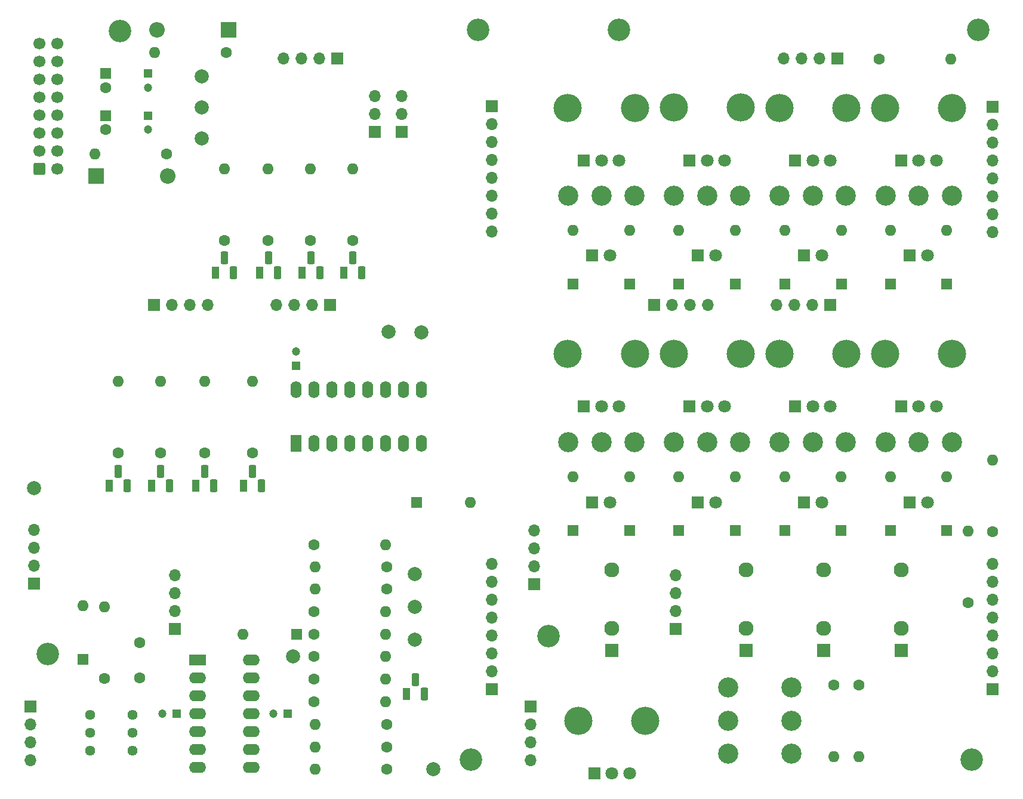
<source format=gbs>
G04 #@! TF.GenerationSoftware,KiCad,Pcbnew,8.0.2-1*
G04 #@! TF.CreationDate,2024-05-10T10:04:35+02:00*
G04 #@! TF.ProjectId,sensei,73656e73-6569-42e6-9b69-6361645f7063,rev?*
G04 #@! TF.SameCoordinates,Original*
G04 #@! TF.FileFunction,Soldermask,Bot*
G04 #@! TF.FilePolarity,Negative*
%FSLAX46Y46*%
G04 Gerber Fmt 4.6, Leading zero omitted, Abs format (unit mm)*
G04 Created by KiCad (PCBNEW 8.0.2-1) date 2024-05-10 10:04:35*
%MOMM*%
%LPD*%
G01*
G04 APERTURE LIST*
G04 Aperture macros list*
%AMRoundRect*
0 Rectangle with rounded corners*
0 $1 Rounding radius*
0 $2 $3 $4 $5 $6 $7 $8 $9 X,Y pos of 4 corners*
0 Add a 4 corners polygon primitive as box body*
4,1,4,$2,$3,$4,$5,$6,$7,$8,$9,$2,$3,0*
0 Add four circle primitives for the rounded corners*
1,1,$1+$1,$2,$3*
1,1,$1+$1,$4,$5*
1,1,$1+$1,$6,$7*
1,1,$1+$1,$8,$9*
0 Add four rect primitives between the rounded corners*
20,1,$1+$1,$2,$3,$4,$5,0*
20,1,$1+$1,$4,$5,$6,$7,0*
20,1,$1+$1,$6,$7,$8,$9,0*
20,1,$1+$1,$8,$9,$2,$3,0*%
G04 Aperture macros list end*
%ADD10R,1.700000X1.700000*%
%ADD11O,1.700000X1.700000*%
%ADD12R,1.800000X1.800000*%
%ADD13C,1.800000*%
%ADD14C,1.600000*%
%ADD15O,1.600000X1.600000*%
%ADD16R,1.930000X1.830000*%
%ADD17C,2.130000*%
%ADD18C,2.850000*%
%ADD19O,4.000000X4.000000*%
%ADD20R,2.200000X2.200000*%
%ADD21O,2.200000X2.200000*%
%ADD22R,1.100000X1.800000*%
%ADD23RoundRect,0.275000X-0.275000X-0.625000X0.275000X-0.625000X0.275000X0.625000X-0.275000X0.625000X0*%
%ADD24R,1.600000X1.600000*%
%ADD25C,2.000000*%
%ADD26C,3.200000*%
%ADD27R,1.600000X2.400000*%
%ADD28O,1.600000X2.400000*%
%ADD29R,2.400000X1.600000*%
%ADD30O,2.400000X1.600000*%
%ADD31R,1.200000X1.200000*%
%ADD32C,1.200000*%
%ADD33C,1.440000*%
%ADD34RoundRect,0.250000X-0.600000X-0.600000X0.600000X-0.600000X0.600000X0.600000X-0.600000X0.600000X0*%
%ADD35C,1.700000*%
G04 APERTURE END LIST*
D10*
X96000000Y-58000000D03*
D11*
X93460000Y-58000000D03*
X90920000Y-58000000D03*
X88380000Y-58000000D03*
D12*
X162210000Y-86000000D03*
D13*
X164750000Y-86000000D03*
D14*
X77250000Y-114030000D03*
D15*
X77250000Y-103870000D03*
D12*
X132210000Y-86000000D03*
D13*
X134750000Y-86000000D03*
D16*
X154000000Y-142000000D03*
D17*
X154000000Y-130600000D03*
X154000000Y-138900000D03*
D14*
X103030000Y-152500000D03*
D15*
X92870000Y-152500000D03*
D18*
X173800000Y-112500000D03*
X178500000Y-112500000D03*
X183200000Y-112500000D03*
D19*
X173750000Y-65025000D03*
X183250000Y-65025000D03*
D12*
X176000000Y-72525000D03*
D13*
X178500000Y-72525000D03*
X181000000Y-72525000D03*
D20*
X80610000Y-53940000D03*
D21*
X70450000Y-53940000D03*
D14*
X103030000Y-158900000D03*
D15*
X92870000Y-158900000D03*
D22*
X85000000Y-88400000D03*
D23*
X86270000Y-86330000D03*
X87540000Y-88400000D03*
D24*
X152500000Y-125000000D03*
D15*
X152500000Y-117380000D03*
D25*
X76800000Y-69340000D03*
D19*
X173750000Y-99925000D03*
X183250000Y-99925000D03*
D12*
X176000000Y-107425000D03*
D13*
X178500000Y-107425000D03*
X181000000Y-107425000D03*
D22*
X91000000Y-88400000D03*
D23*
X92270000Y-86330000D03*
X93540000Y-88400000D03*
D18*
X128800000Y-77500000D03*
X133500000Y-77500000D03*
X138200000Y-77500000D03*
D19*
X158750000Y-65025000D03*
X168250000Y-65025000D03*
D12*
X161000000Y-72525000D03*
D13*
X163500000Y-72525000D03*
X166000000Y-72525000D03*
D24*
X60000000Y-143310000D03*
D15*
X60000000Y-135690000D03*
D16*
X135000000Y-142000000D03*
D17*
X135000000Y-130600000D03*
X135000000Y-138900000D03*
D25*
X76800000Y-64940000D03*
D12*
X162210000Y-121000000D03*
D13*
X164750000Y-121000000D03*
D14*
X92770000Y-127000000D03*
D15*
X102930000Y-127000000D03*
D25*
X107000000Y-135800000D03*
D22*
X69730000Y-118670000D03*
D23*
X71000000Y-116600000D03*
X72270000Y-118670000D03*
D18*
X151500000Y-156700000D03*
X151500000Y-152000000D03*
X151500000Y-147300000D03*
D14*
X71000000Y-114030000D03*
D15*
X71000000Y-103870000D03*
D16*
X176000000Y-142000000D03*
D17*
X176000000Y-130600000D03*
X176000000Y-138900000D03*
D24*
X129500000Y-125000000D03*
D15*
X129500000Y-117380000D03*
D19*
X130250000Y-152000000D03*
X139750000Y-152000000D03*
D12*
X132500000Y-159500000D03*
D13*
X135000000Y-159500000D03*
X137500000Y-159500000D03*
D12*
X177210000Y-121000000D03*
D13*
X179750000Y-121000000D03*
D24*
X174500000Y-90000000D03*
D15*
X174500000Y-82380000D03*
D10*
X52500000Y-150000000D03*
D11*
X52500000Y-152540000D03*
X52500000Y-155080000D03*
X52500000Y-157620000D03*
D10*
X73000000Y-139000000D03*
D11*
X73000000Y-136460000D03*
X73000000Y-133920000D03*
X73000000Y-131380000D03*
D18*
X158800000Y-112500000D03*
X163500000Y-112500000D03*
X168200000Y-112500000D03*
D24*
X137500000Y-90000000D03*
D15*
X137500000Y-82380000D03*
D14*
X103030000Y-155700000D03*
D15*
X92870000Y-155700000D03*
D12*
X147210000Y-121000000D03*
D13*
X149750000Y-121000000D03*
D24*
X182500000Y-125000000D03*
D15*
X182500000Y-117380000D03*
D26*
X115000000Y-157500000D03*
D14*
X98250000Y-83830000D03*
D15*
X98250000Y-73670000D03*
D12*
X132210000Y-121000000D03*
D13*
X134750000Y-121000000D03*
D24*
X159540000Y-90000000D03*
D15*
X159540000Y-82380000D03*
D18*
X143800000Y-112500000D03*
X148500000Y-112500000D03*
X153200000Y-112500000D03*
D14*
X185500000Y-135230000D03*
D15*
X185500000Y-125070000D03*
D26*
X126000000Y-140000000D03*
D20*
X61850000Y-74740000D03*
D21*
X72010000Y-74740000D03*
D26*
X187000000Y-54000000D03*
D22*
X105860000Y-148200000D03*
D23*
X107130000Y-146130000D03*
X108400000Y-148200000D03*
D22*
X97000000Y-88400000D03*
D23*
X98270000Y-86330000D03*
X99540000Y-88400000D03*
D24*
X90310000Y-139750000D03*
D15*
X82690000Y-139750000D03*
D19*
X158750000Y-99925000D03*
X168250000Y-99925000D03*
D12*
X161000000Y-107425000D03*
D13*
X163500000Y-107425000D03*
X166000000Y-107425000D03*
D22*
X76000000Y-118670000D03*
D23*
X77270000Y-116600000D03*
X78540000Y-118670000D03*
D24*
X137500000Y-125000000D03*
D15*
X137500000Y-117380000D03*
D25*
X107000000Y-140500000D03*
D10*
X95000000Y-93000000D03*
D11*
X92460000Y-93000000D03*
X89920000Y-93000000D03*
X87380000Y-93000000D03*
D24*
X174500000Y-125000000D03*
D15*
X174500000Y-117380000D03*
D14*
X189000000Y-125210000D03*
D15*
X189000000Y-115050000D03*
D25*
X53000000Y-119000000D03*
D24*
X159500000Y-125000000D03*
D15*
X159500000Y-117380000D03*
D14*
X103030000Y-130200000D03*
D15*
X92870000Y-130200000D03*
D12*
X147210000Y-86000000D03*
D13*
X149750000Y-86000000D03*
D26*
X55000000Y-142500000D03*
D24*
X152500000Y-90000000D03*
D15*
X152500000Y-82380000D03*
D14*
X80000000Y-83830000D03*
D15*
X80000000Y-73670000D03*
D24*
X144500000Y-125000000D03*
D15*
X144500000Y-117380000D03*
D26*
X116000000Y-54000000D03*
D25*
X76800000Y-60540000D03*
D24*
X167525000Y-125000000D03*
D15*
X167525000Y-117380000D03*
D14*
X166500000Y-146890000D03*
D15*
X166500000Y-157050000D03*
D10*
X70000000Y-93000000D03*
D11*
X72540000Y-93000000D03*
X75080000Y-93000000D03*
X77620000Y-93000000D03*
D14*
X92770000Y-139700000D03*
D15*
X102930000Y-139700000D03*
D25*
X107000000Y-131200000D03*
D18*
X143800000Y-77500000D03*
X148500000Y-77500000D03*
X153200000Y-77500000D03*
D24*
X107280000Y-121000000D03*
D15*
X114900000Y-121000000D03*
D14*
X84000000Y-114030000D03*
D15*
X84000000Y-103870000D03*
D14*
X92770000Y-149300000D03*
D15*
X102930000Y-149300000D03*
D14*
X71790000Y-71540000D03*
D15*
X61630000Y-71540000D03*
D25*
X109700000Y-158900000D03*
D26*
X136000000Y-54000000D03*
D14*
X63050000Y-146030000D03*
D15*
X63050000Y-135870000D03*
D24*
X129500000Y-90000000D03*
D15*
X129500000Y-82380000D03*
D24*
X167540000Y-90000000D03*
D15*
X167540000Y-82380000D03*
D25*
X103300000Y-96800000D03*
D24*
X182500000Y-90000000D03*
D15*
X182500000Y-82380000D03*
D14*
X80290000Y-57200000D03*
D15*
X70130000Y-57200000D03*
D26*
X65200000Y-54140000D03*
X186000000Y-157500000D03*
D22*
X63730000Y-118670000D03*
D23*
X65000000Y-116600000D03*
X66270000Y-118670000D03*
D14*
X92770000Y-142900000D03*
D15*
X102930000Y-142900000D03*
D19*
X143750000Y-65000000D03*
X153250000Y-65000000D03*
D12*
X146000000Y-72500000D03*
D13*
X148500000Y-72500000D03*
X151000000Y-72500000D03*
D27*
X90220000Y-112620000D03*
D28*
X92760000Y-112620000D03*
X95300000Y-112620000D03*
X97840000Y-112620000D03*
X100380000Y-112620000D03*
X102920000Y-112620000D03*
X105460000Y-112620000D03*
X108000000Y-112620000D03*
X108000000Y-105000000D03*
X105460000Y-105000000D03*
X102920000Y-105000000D03*
X100380000Y-105000000D03*
X97840000Y-105000000D03*
X95300000Y-105000000D03*
X92760000Y-105000000D03*
X90220000Y-105000000D03*
D14*
X103030000Y-133300000D03*
D15*
X92870000Y-133300000D03*
D19*
X143750000Y-99925000D03*
X153250000Y-99925000D03*
D12*
X146000000Y-107425000D03*
D13*
X148500000Y-107425000D03*
X151000000Y-107425000D03*
D10*
X118000000Y-147500000D03*
D11*
X118000000Y-144960000D03*
X118000000Y-142420000D03*
X118000000Y-139880000D03*
X118000000Y-137340000D03*
X118000000Y-134800000D03*
X118000000Y-132260000D03*
X118000000Y-129720000D03*
D18*
X160500000Y-156700000D03*
X160500000Y-152000000D03*
X160500000Y-147300000D03*
D12*
X177210000Y-86000000D03*
D13*
X179750000Y-86000000D03*
D18*
X173800000Y-77500000D03*
X178500000Y-77500000D03*
X183200000Y-77500000D03*
D14*
X92770000Y-136500000D03*
D15*
X102930000Y-136500000D03*
D25*
X89800000Y-142900000D03*
D19*
X128750000Y-99925000D03*
X138250000Y-99925000D03*
D12*
X131000000Y-107425000D03*
D13*
X133500000Y-107425000D03*
X136000000Y-107425000D03*
D14*
X170000000Y-146890000D03*
D15*
X170000000Y-157050000D03*
D14*
X86200000Y-83830000D03*
D15*
X86200000Y-73670000D03*
D14*
X65000000Y-114030000D03*
D15*
X65000000Y-103870000D03*
D18*
X158800000Y-77500000D03*
X163500000Y-77500000D03*
X168200000Y-77500000D03*
D10*
X118000000Y-64800000D03*
D11*
X118000000Y-67340000D03*
X118000000Y-69880000D03*
X118000000Y-72420000D03*
X118000000Y-74960000D03*
X118000000Y-77500000D03*
X118000000Y-80040000D03*
X118000000Y-82580000D03*
D24*
X144500000Y-90000000D03*
D15*
X144500000Y-82380000D03*
D14*
X172890000Y-58100000D03*
D15*
X183050000Y-58100000D03*
D14*
X92250000Y-83830000D03*
D15*
X92250000Y-73670000D03*
D22*
X78730000Y-88400000D03*
D23*
X80000000Y-86330000D03*
X81270000Y-88400000D03*
D19*
X128750000Y-65025000D03*
X138250000Y-65025000D03*
D12*
X131000000Y-72525000D03*
D13*
X133500000Y-72525000D03*
X136000000Y-72525000D03*
D18*
X128800000Y-112500000D03*
X133500000Y-112500000D03*
X138200000Y-112500000D03*
D10*
X53000000Y-132540000D03*
D11*
X53000000Y-130000000D03*
X53000000Y-127460000D03*
X53000000Y-124920000D03*
D14*
X92770000Y-146100000D03*
D15*
X102930000Y-146100000D03*
D16*
X165000000Y-142000000D03*
D17*
X165000000Y-130600000D03*
X165000000Y-138900000D03*
D25*
X108000000Y-96900000D03*
D29*
X76200000Y-143375000D03*
D30*
X76200000Y-145915000D03*
X76200000Y-148455000D03*
X76200000Y-150995000D03*
X76200000Y-153535000D03*
X76200000Y-156075000D03*
X76200000Y-158615000D03*
X83820000Y-158615000D03*
X83820000Y-156075000D03*
X83820000Y-153535000D03*
X83820000Y-150995000D03*
X83820000Y-148455000D03*
X83820000Y-145915000D03*
X83820000Y-143375000D03*
D22*
X82730000Y-118670000D03*
D23*
X84000000Y-116600000D03*
X85270000Y-118670000D03*
D14*
X68000000Y-140955000D03*
X68000000Y-145955000D03*
D10*
X166000000Y-93000000D03*
D11*
X163460000Y-93000000D03*
X160920000Y-93000000D03*
X158380000Y-93000000D03*
D10*
X124000000Y-132620000D03*
D11*
X124000000Y-130080000D03*
X124000000Y-127540000D03*
X124000000Y-125000000D03*
D10*
X144000000Y-139000000D03*
D11*
X144000000Y-136460000D03*
X144000000Y-133920000D03*
X144000000Y-131380000D03*
D31*
X90220000Y-101620000D03*
D32*
X90220000Y-99620000D03*
D31*
X88972600Y-151000000D03*
D32*
X86972600Y-151000000D03*
D10*
X167000000Y-58000000D03*
D11*
X164460000Y-58000000D03*
X161920000Y-58000000D03*
X159380000Y-58000000D03*
D10*
X141000000Y-93000000D03*
D11*
X143540000Y-93000000D03*
X146080000Y-93000000D03*
X148620000Y-93000000D03*
D33*
X67000000Y-151160000D03*
X67000000Y-153700000D03*
X67000000Y-156240000D03*
D10*
X189000000Y-64920000D03*
D11*
X189000000Y-67460000D03*
X189000000Y-70000000D03*
X189000000Y-72540000D03*
X189000000Y-75080000D03*
X189000000Y-77620000D03*
X189000000Y-80160000D03*
X189000000Y-82700000D03*
D10*
X105200000Y-68480000D03*
D11*
X105200000Y-65940000D03*
X105200000Y-63400000D03*
D10*
X189000000Y-147540000D03*
D11*
X189000000Y-145000000D03*
X189000000Y-142460000D03*
X189000000Y-139920000D03*
X189000000Y-137380000D03*
X189000000Y-134840000D03*
X189000000Y-132300000D03*
X189000000Y-129760000D03*
D34*
X53800000Y-73680000D03*
D35*
X56340000Y-73680000D03*
X53800000Y-71140000D03*
X56340000Y-71140000D03*
X53800000Y-68600000D03*
X56340000Y-68600000D03*
X53800000Y-66060000D03*
X56340000Y-66060000D03*
X53800000Y-63520000D03*
X56340000Y-63520000D03*
X53800000Y-60980000D03*
X56340000Y-60980000D03*
X53800000Y-58440000D03*
X56340000Y-58440000D03*
X53800000Y-55900000D03*
X56340000Y-55900000D03*
D33*
X61000000Y-151160000D03*
X61000000Y-153700000D03*
X61000000Y-156240000D03*
D10*
X123500000Y-150000000D03*
D11*
X123500000Y-152540000D03*
X123500000Y-155080000D03*
X123500000Y-157620000D03*
D31*
X73250000Y-151000000D03*
D32*
X71250000Y-151000000D03*
D10*
X101400000Y-68460000D03*
D11*
X101400000Y-65920000D03*
X101400000Y-63380000D03*
D24*
X63200000Y-60140000D03*
D14*
X63200000Y-62140000D03*
D24*
X63200000Y-66140000D03*
D14*
X63200000Y-68140000D03*
D31*
X69200000Y-66140000D03*
D32*
X69200000Y-68140000D03*
D31*
X69200000Y-60140000D03*
D32*
X69200000Y-62140000D03*
M02*

</source>
